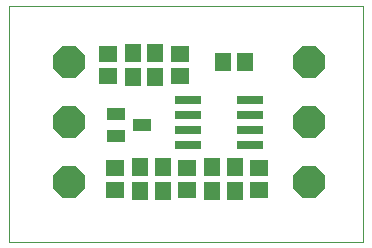
<source format=gts>
G75*
%MOIN*%
%OFA0B0*%
%FSLAX25Y25*%
%IPPOS*%
%LPD*%
%AMOC8*
5,1,8,0,0,1.08239X$1,22.5*
%
%ADD10C,0.00000*%
%ADD11R,0.06306X0.05518*%
%ADD12R,0.05518X0.06306*%
%ADD13R,0.05912X0.04337*%
%ADD14OC8,0.10400*%
%ADD15R,0.09061X0.02762*%
D10*
X0012727Y0002200D02*
X0012727Y0080940D01*
X0130837Y0080940D01*
X0130837Y0002200D01*
X0012727Y0002200D01*
D11*
X0048227Y0019460D03*
X0048227Y0026940D03*
X0072227Y0026940D03*
X0072227Y0019460D03*
X0096227Y0019460D03*
X0096227Y0026940D03*
X0069727Y0057460D03*
X0069727Y0064940D03*
X0045727Y0064940D03*
X0045727Y0057460D03*
D12*
X0053987Y0057200D03*
X0061467Y0057200D03*
X0061467Y0065200D03*
X0053987Y0065200D03*
X0083987Y0062200D03*
X0091467Y0062200D03*
X0087967Y0027200D03*
X0080487Y0027200D03*
X0080487Y0019200D03*
X0087967Y0019200D03*
X0063967Y0019200D03*
X0056487Y0019200D03*
X0056487Y0027200D03*
X0063967Y0027200D03*
D13*
X0048396Y0037460D03*
X0057058Y0041200D03*
X0048396Y0044940D03*
D14*
X0032727Y0042200D03*
X0032727Y0022200D03*
X0032727Y0062200D03*
X0112727Y0062200D03*
X0112727Y0042200D03*
X0112727Y0022200D03*
D15*
X0092963Y0034700D03*
X0092963Y0039700D03*
X0092963Y0044700D03*
X0092963Y0049700D03*
X0072491Y0049700D03*
X0072491Y0044700D03*
X0072491Y0039700D03*
X0072491Y0034700D03*
M02*

</source>
